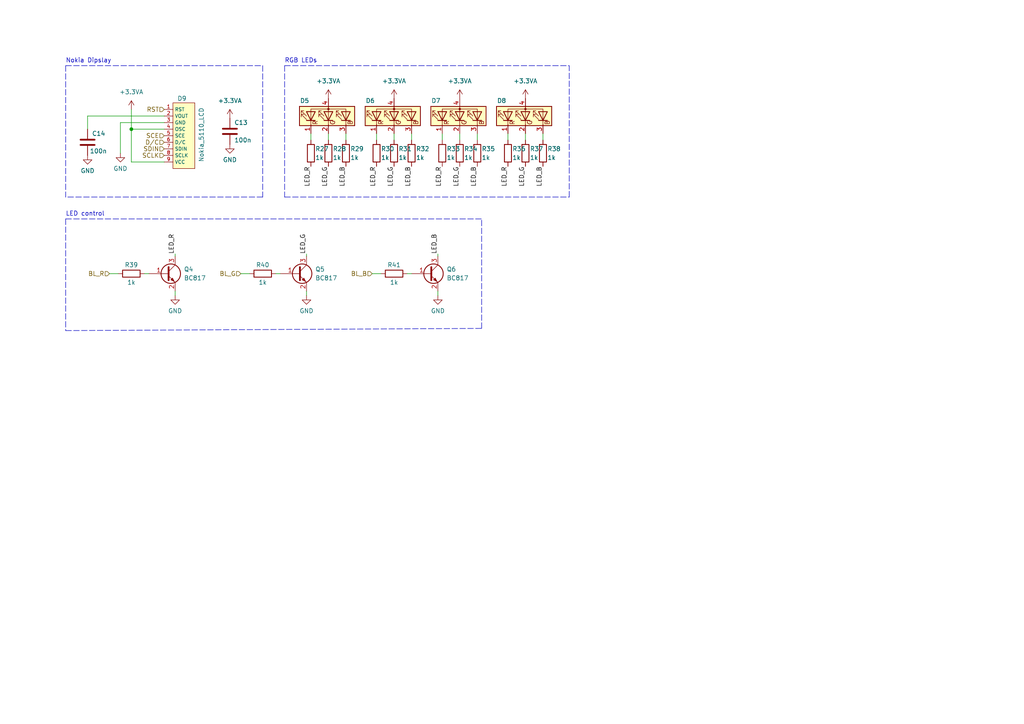
<source format=kicad_sch>
(kicad_sch (version 20211123) (generator eeschema)

  (uuid 15063e7c-abdc-4b23-90e7-102a9f1fdf5f)

  (paper "A4")

  (title_block
    (title "TermoPLC - Control Board")
    (date "2023-02-22")
    (rev "2")
    (company "PUT RocketLab")
    (comment 1 "Kacper Kaczmarek")
    (comment 2 "Designed by:")
  )

  (lib_symbols
    (symbol "Device:C" (pin_numbers hide) (pin_names (offset 0.254)) (in_bom yes) (on_board yes)
      (property "Reference" "C" (id 0) (at 0.635 2.54 0)
        (effects (font (size 1.27 1.27)) (justify left))
      )
      (property "Value" "C" (id 1) (at 0.635 -2.54 0)
        (effects (font (size 1.27 1.27)) (justify left))
      )
      (property "Footprint" "" (id 2) (at 0.9652 -3.81 0)
        (effects (font (size 1.27 1.27)) hide)
      )
      (property "Datasheet" "~" (id 3) (at 0 0 0)
        (effects (font (size 1.27 1.27)) hide)
      )
      (property "ki_keywords" "cap capacitor" (id 4) (at 0 0 0)
        (effects (font (size 1.27 1.27)) hide)
      )
      (property "ki_description" "Unpolarized capacitor" (id 5) (at 0 0 0)
        (effects (font (size 1.27 1.27)) hide)
      )
      (property "ki_fp_filters" "C_*" (id 6) (at 0 0 0)
        (effects (font (size 1.27 1.27)) hide)
      )
      (symbol "C_0_1"
        (polyline
          (pts
            (xy -2.032 -0.762)
            (xy 2.032 -0.762)
          )
          (stroke (width 0.508) (type default) (color 0 0 0 0))
          (fill (type none))
        )
        (polyline
          (pts
            (xy -2.032 0.762)
            (xy 2.032 0.762)
          )
          (stroke (width 0.508) (type default) (color 0 0 0 0))
          (fill (type none))
        )
      )
      (symbol "C_1_1"
        (pin passive line (at 0 3.81 270) (length 2.794)
          (name "~" (effects (font (size 1.27 1.27))))
          (number "1" (effects (font (size 1.27 1.27))))
        )
        (pin passive line (at 0 -3.81 90) (length 2.794)
          (name "~" (effects (font (size 1.27 1.27))))
          (number "2" (effects (font (size 1.27 1.27))))
        )
      )
    )
    (symbol "Device:LED_RGBA" (pin_names (offset 0) hide) (in_bom yes) (on_board yes)
      (property "Reference" "D" (id 0) (at 0 9.398 0)
        (effects (font (size 1.27 1.27)))
      )
      (property "Value" "LED_RGBA" (id 1) (at 0 -8.89 0)
        (effects (font (size 1.27 1.27)))
      )
      (property "Footprint" "" (id 2) (at 0 -1.27 0)
        (effects (font (size 1.27 1.27)) hide)
      )
      (property "Datasheet" "~" (id 3) (at 0 -1.27 0)
        (effects (font (size 1.27 1.27)) hide)
      )
      (property "ki_keywords" "LED RGB diode" (id 4) (at 0 0 0)
        (effects (font (size 1.27 1.27)) hide)
      )
      (property "ki_description" "RGB LED, red/green/blue/anode" (id 5) (at 0 0 0)
        (effects (font (size 1.27 1.27)) hide)
      )
      (property "ki_fp_filters" "LED* LED_SMD:* LED_THT:*" (id 6) (at 0 0 0)
        (effects (font (size 1.27 1.27)) hide)
      )
      (symbol "LED_RGBA_0_0"
        (text "B" (at -1.905 -6.35 0)
          (effects (font (size 1.27 1.27)))
        )
        (text "G" (at -1.905 -1.27 0)
          (effects (font (size 1.27 1.27)))
        )
        (text "R" (at -1.905 3.81 0)
          (effects (font (size 1.27 1.27)))
        )
      )
      (symbol "LED_RGBA_0_1"
        (polyline
          (pts
            (xy -1.27 -5.08)
            (xy -2.54 -5.08)
          )
          (stroke (width 0) (type default) (color 0 0 0 0))
          (fill (type none))
        )
        (polyline
          (pts
            (xy -1.27 -5.08)
            (xy 1.27 -5.08)
          )
          (stroke (width 0) (type default) (color 0 0 0 0))
          (fill (type none))
        )
        (polyline
          (pts
            (xy -1.27 -3.81)
            (xy -1.27 -6.35)
          )
          (stroke (width 0.254) (type default) (color 0 0 0 0))
          (fill (type none))
        )
        (polyline
          (pts
            (xy -1.27 0)
            (xy -2.54 0)
          )
          (stroke (width 0) (type default) (color 0 0 0 0))
          (fill (type none))
        )
        (polyline
          (pts
            (xy -1.27 1.27)
            (xy -1.27 -1.27)
          )
          (stroke (width 0.254) (type default) (color 0 0 0 0))
          (fill (type none))
        )
        (polyline
          (pts
            (xy -1.27 5.08)
            (xy -2.54 5.08)
          )
          (stroke (width 0) (type default) (color 0 0 0 0))
          (fill (type none))
        )
        (polyline
          (pts
            (xy -1.27 5.08)
            (xy 1.27 5.08)
          )
          (stroke (width 0) (type default) (color 0 0 0 0))
          (fill (type none))
        )
        (polyline
          (pts
            (xy -1.27 6.35)
            (xy -1.27 3.81)
          )
          (stroke (width 0.254) (type default) (color 0 0 0 0))
          (fill (type none))
        )
        (polyline
          (pts
            (xy 1.27 0)
            (xy -1.27 0)
          )
          (stroke (width 0) (type default) (color 0 0 0 0))
          (fill (type none))
        )
        (polyline
          (pts
            (xy 1.27 0)
            (xy 2.54 0)
          )
          (stroke (width 0) (type default) (color 0 0 0 0))
          (fill (type none))
        )
        (polyline
          (pts
            (xy -1.27 1.27)
            (xy -1.27 -1.27)
            (xy -1.27 -1.27)
          )
          (stroke (width 0) (type default) (color 0 0 0 0))
          (fill (type none))
        )
        (polyline
          (pts
            (xy -1.27 6.35)
            (xy -1.27 3.81)
            (xy -1.27 3.81)
          )
          (stroke (width 0) (type default) (color 0 0 0 0))
          (fill (type none))
        )
        (polyline
          (pts
            (xy 1.27 -5.08)
            (xy 2.032 -5.08)
            (xy 2.032 5.08)
            (xy 1.27 5.08)
          )
          (stroke (width 0) (type default) (color 0 0 0 0))
          (fill (type none))
        )
        (polyline
          (pts
            (xy 1.27 -3.81)
            (xy 1.27 -6.35)
            (xy -1.27 -5.08)
            (xy 1.27 -3.81)
          )
          (stroke (width 0.254) (type default) (color 0 0 0 0))
          (fill (type none))
        )
        (polyline
          (pts
            (xy 1.27 1.27)
            (xy 1.27 -1.27)
            (xy -1.27 0)
            (xy 1.27 1.27)
          )
          (stroke (width 0.254) (type default) (color 0 0 0 0))
          (fill (type none))
        )
        (polyline
          (pts
            (xy 1.27 6.35)
            (xy 1.27 3.81)
            (xy -1.27 5.08)
            (xy 1.27 6.35)
          )
          (stroke (width 0.254) (type default) (color 0 0 0 0))
          (fill (type none))
        )
        (polyline
          (pts
            (xy -1.016 -3.81)
            (xy 0.508 -2.286)
            (xy -0.254 -2.286)
            (xy 0.508 -2.286)
            (xy 0.508 -3.048)
          )
          (stroke (width 0) (type default) (color 0 0 0 0))
          (fill (type none))
        )
        (polyline
          (pts
            (xy -1.016 1.27)
            (xy 0.508 2.794)
            (xy -0.254 2.794)
            (xy 0.508 2.794)
            (xy 0.508 2.032)
          )
          (stroke (width 0) (type default) (color 0 0 0 0))
          (fill (type none))
        )
        (polyline
          (pts
            (xy -1.016 6.35)
            (xy 0.508 7.874)
            (xy -0.254 7.874)
            (xy 0.508 7.874)
            (xy 0.508 7.112)
          )
          (stroke (width 0) (type default) (color 0 0 0 0))
          (fill (type none))
        )
        (polyline
          (pts
            (xy 0 -3.81)
            (xy 1.524 -2.286)
            (xy 0.762 -2.286)
            (xy 1.524 -2.286)
            (xy 1.524 -3.048)
          )
          (stroke (width 0) (type default) (color 0 0 0 0))
          (fill (type none))
        )
        (polyline
          (pts
            (xy 0 1.27)
            (xy 1.524 2.794)
            (xy 0.762 2.794)
            (xy 1.524 2.794)
            (xy 1.524 2.032)
          )
          (stroke (width 0) (type default) (color 0 0 0 0))
          (fill (type none))
        )
        (polyline
          (pts
            (xy 0 6.35)
            (xy 1.524 7.874)
            (xy 0.762 7.874)
            (xy 1.524 7.874)
            (xy 1.524 7.112)
          )
          (stroke (width 0) (type default) (color 0 0 0 0))
          (fill (type none))
        )
        (rectangle (start 1.27 -1.27) (end 1.27 1.27)
          (stroke (width 0) (type default) (color 0 0 0 0))
          (fill (type none))
        )
        (rectangle (start 1.27 1.27) (end 1.27 1.27)
          (stroke (width 0) (type default) (color 0 0 0 0))
          (fill (type none))
        )
        (rectangle (start 1.27 3.81) (end 1.27 6.35)
          (stroke (width 0) (type default) (color 0 0 0 0))
          (fill (type none))
        )
        (rectangle (start 1.27 6.35) (end 1.27 6.35)
          (stroke (width 0) (type default) (color 0 0 0 0))
          (fill (type none))
        )
        (circle (center 2.032 0) (radius 0.254)
          (stroke (width 0) (type default) (color 0 0 0 0))
          (fill (type outline))
        )
        (rectangle (start 2.794 8.382) (end -2.794 -7.62)
          (stroke (width 0.254) (type default) (color 0 0 0 0))
          (fill (type background))
        )
      )
      (symbol "LED_RGBA_1_1"
        (pin passive line (at -5.08 5.08 0) (length 2.54)
          (name "RK" (effects (font (size 1.27 1.27))))
          (number "1" (effects (font (size 1.27 1.27))))
        )
        (pin passive line (at -5.08 0 0) (length 2.54)
          (name "GK" (effects (font (size 1.27 1.27))))
          (number "2" (effects (font (size 1.27 1.27))))
        )
        (pin passive line (at -5.08 -5.08 0) (length 2.54)
          (name "BK" (effects (font (size 1.27 1.27))))
          (number "3" (effects (font (size 1.27 1.27))))
        )
        (pin passive line (at 5.08 0 180) (length 2.54)
          (name "A" (effects (font (size 1.27 1.27))))
          (number "4" (effects (font (size 1.27 1.27))))
        )
      )
    )
    (symbol "Device:R" (pin_numbers hide) (pin_names (offset 0)) (in_bom yes) (on_board yes)
      (property "Reference" "R" (id 0) (at 2.032 0 90)
        (effects (font (size 1.27 1.27)))
      )
      (property "Value" "R" (id 1) (at 0 0 90)
        (effects (font (size 1.27 1.27)))
      )
      (property "Footprint" "" (id 2) (at -1.778 0 90)
        (effects (font (size 1.27 1.27)) hide)
      )
      (property "Datasheet" "~" (id 3) (at 0 0 0)
        (effects (font (size 1.27 1.27)) hide)
      )
      (property "ki_keywords" "R res resistor" (id 4) (at 0 0 0)
        (effects (font (size 1.27 1.27)) hide)
      )
      (property "ki_description" "Resistor" (id 5) (at 0 0 0)
        (effects (font (size 1.27 1.27)) hide)
      )
      (property "ki_fp_filters" "R_*" (id 6) (at 0 0 0)
        (effects (font (size 1.27 1.27)) hide)
      )
      (symbol "R_0_1"
        (rectangle (start -1.016 -2.54) (end 1.016 2.54)
          (stroke (width 0.254) (type default) (color 0 0 0 0))
          (fill (type none))
        )
      )
      (symbol "R_1_1"
        (pin passive line (at 0 3.81 270) (length 1.27)
          (name "~" (effects (font (size 1.27 1.27))))
          (number "1" (effects (font (size 1.27 1.27))))
        )
        (pin passive line (at 0 -3.81 90) (length 1.27)
          (name "~" (effects (font (size 1.27 1.27))))
          (number "2" (effects (font (size 1.27 1.27))))
        )
      )
    )
    (symbol "PUTRocketLab_misc:Nokia_5110_LCD" (in_bom yes) (on_board yes)
      (property "Reference" "D" (id 0) (at 3.175 10.795 0)
        (effects (font (size 1.27 1.27)))
      )
      (property "Value" "Nokia_5110_LCD" (id 1) (at 8.255 0 90)
        (effects (font (size 1.27 1.27)))
      )
      (property "Footprint" "PUTRocketLab_other:Raw_Nokia_5110_LCD" (id 2) (at 6.35 0 0)
        (effects (font (size 1.27 1.27)) hide)
      )
      (property "Datasheet" "" (id 3) (at 6.35 0 0)
        (effects (font (size 1.27 1.27)) hide)
      )
      (symbol "Nokia_5110_LCD_0_1"
        (rectangle (start 0 9.525) (end 6.35 -9.525)
          (stroke (width 0) (type default) (color 0 0 0 0))
          (fill (type background))
        )
      )
      (symbol "Nokia_5110_LCD_1_1"
        (pin input line (at -2.54 7.62 0) (length 2.54)
          (name "RST" (effects (font (size 1 1))))
          (number "1" (effects (font (size 1 1))))
        )
        (pin input line (at -2.54 5.715 0) (length 2.54)
          (name "VOUT" (effects (font (size 1 1))))
          (number "2" (effects (font (size 1 1))))
        )
        (pin input line (at -2.54 3.81 0) (length 2.54)
          (name "GND" (effects (font (size 1 1))))
          (number "3" (effects (font (size 1 1))))
        )
        (pin input line (at -2.54 1.905 0) (length 2.54)
          (name "OSC" (effects (font (size 1 1))))
          (number "4" (effects (font (size 1 1))))
        )
        (pin input line (at -2.54 0 0) (length 2.54)
          (name "SCE" (effects (font (size 1 1))))
          (number "5" (effects (font (size 1 1))))
        )
        (pin input line (at -2.54 -1.905 0) (length 2.54)
          (name "D/C" (effects (font (size 1 1))))
          (number "6" (effects (font (size 1 1))))
        )
        (pin input line (at -2.54 -3.81 0) (length 2.54)
          (name "SDIN" (effects (font (size 1 1))))
          (number "7" (effects (font (size 1 1))))
        )
        (pin input line (at -2.54 -5.715 0) (length 2.54)
          (name "SCLK" (effects (font (size 1 1))))
          (number "8" (effects (font (size 1 1))))
        )
        (pin input line (at -2.54 -7.62 0) (length 2.54)
          (name "VCC" (effects (font (size 1 1))))
          (number "9" (effects (font (size 1 1))))
        )
      )
    )
    (symbol "Transistor_BJT:BC817" (pin_names (offset 0) hide) (in_bom yes) (on_board yes)
      (property "Reference" "Q" (id 0) (at 5.08 1.905 0)
        (effects (font (size 1.27 1.27)) (justify left))
      )
      (property "Value" "BC817" (id 1) (at 5.08 0 0)
        (effects (font (size 1.27 1.27)) (justify left))
      )
      (property "Footprint" "Package_TO_SOT_SMD:SOT-23" (id 2) (at 5.08 -1.905 0)
        (effects (font (size 1.27 1.27) italic) (justify left) hide)
      )
      (property "Datasheet" "https://www.onsemi.com/pub/Collateral/BC818-D.pdf" (id 3) (at 0 0 0)
        (effects (font (size 1.27 1.27)) (justify left) hide)
      )
      (property "ki_keywords" "NPN Transistor" (id 4) (at 0 0 0)
        (effects (font (size 1.27 1.27)) hide)
      )
      (property "ki_description" "0.8A Ic, 45V Vce, NPN Transistor, SOT-23" (id 5) (at 0 0 0)
        (effects (font (size 1.27 1.27)) hide)
      )
      (property "ki_fp_filters" "SOT?23*" (id 6) (at 0 0 0)
        (effects (font (size 1.27 1.27)) hide)
      )
      (symbol "BC817_0_1"
        (polyline
          (pts
            (xy 0.635 0.635)
            (xy 2.54 2.54)
          )
          (stroke (width 0) (type default) (color 0 0 0 0))
          (fill (type none))
        )
        (polyline
          (pts
            (xy 0.635 -0.635)
            (xy 2.54 -2.54)
            (xy 2.54 -2.54)
          )
          (stroke (width 0) (type default) (color 0 0 0 0))
          (fill (type none))
        )
        (polyline
          (pts
            (xy 0.635 1.905)
            (xy 0.635 -1.905)
            (xy 0.635 -1.905)
          )
          (stroke (width 0.508) (type default) (color 0 0 0 0))
          (fill (type none))
        )
        (polyline
          (pts
            (xy 1.27 -1.778)
            (xy 1.778 -1.27)
            (xy 2.286 -2.286)
            (xy 1.27 -1.778)
            (xy 1.27 -1.778)
          )
          (stroke (width 0) (type default) (color 0 0 0 0))
          (fill (type outline))
        )
        (circle (center 1.27 0) (radius 2.8194)
          (stroke (width 0.254) (type default) (color 0 0 0 0))
          (fill (type none))
        )
      )
      (symbol "BC817_1_1"
        (pin input line (at -5.08 0 0) (length 5.715)
          (name "B" (effects (font (size 1.27 1.27))))
          (number "1" (effects (font (size 1.27 1.27))))
        )
        (pin passive line (at 2.54 -5.08 90) (length 2.54)
          (name "E" (effects (font (size 1.27 1.27))))
          (number "2" (effects (font (size 1.27 1.27))))
        )
        (pin passive line (at 2.54 5.08 270) (length 2.54)
          (name "C" (effects (font (size 1.27 1.27))))
          (number "3" (effects (font (size 1.27 1.27))))
        )
      )
    )
    (symbol "power:+3.3VA" (power) (pin_names (offset 0)) (in_bom yes) (on_board yes)
      (property "Reference" "#PWR" (id 0) (at 0 -3.81 0)
        (effects (font (size 1.27 1.27)) hide)
      )
      (property "Value" "+3.3VA" (id 1) (at 0 3.556 0)
        (effects (font (size 1.27 1.27)))
      )
      (property "Footprint" "" (id 2) (at 0 0 0)
        (effects (font (size 1.27 1.27)) hide)
      )
      (property "Datasheet" "" (id 3) (at 0 0 0)
        (effects (font (size 1.27 1.27)) hide)
      )
      (property "ki_keywords" "power-flag" (id 4) (at 0 0 0)
        (effects (font (size 1.27 1.27)) hide)
      )
      (property "ki_description" "Power symbol creates a global label with name \"+3.3VA\"" (id 5) (at 0 0 0)
        (effects (font (size 1.27 1.27)) hide)
      )
      (symbol "+3.3VA_0_1"
        (polyline
          (pts
            (xy -0.762 1.27)
            (xy 0 2.54)
          )
          (stroke (width 0) (type default) (color 0 0 0 0))
          (fill (type none))
        )
        (polyline
          (pts
            (xy 0 0)
            (xy 0 2.54)
          )
          (stroke (width 0) (type default) (color 0 0 0 0))
          (fill (type none))
        )
        (polyline
          (pts
            (xy 0 2.54)
            (xy 0.762 1.27)
          )
          (stroke (width 0) (type default) (color 0 0 0 0))
          (fill (type none))
        )
      )
      (symbol "+3.3VA_1_1"
        (pin power_in line (at 0 0 90) (length 0) hide
          (name "+3.3VA" (effects (font (size 1.27 1.27))))
          (number "1" (effects (font (size 1.27 1.27))))
        )
      )
    )
    (symbol "power:GND" (power) (pin_names (offset 0)) (in_bom yes) (on_board yes)
      (property "Reference" "#PWR" (id 0) (at 0 -6.35 0)
        (effects (font (size 1.27 1.27)) hide)
      )
      (property "Value" "GND" (id 1) (at 0 -3.81 0)
        (effects (font (size 1.27 1.27)))
      )
      (property "Footprint" "" (id 2) (at 0 0 0)
        (effects (font (size 1.27 1.27)) hide)
      )
      (property "Datasheet" "" (id 3) (at 0 0 0)
        (effects (font (size 1.27 1.27)) hide)
      )
      (property "ki_keywords" "power-flag" (id 4) (at 0 0 0)
        (effects (font (size 1.27 1.27)) hide)
      )
      (property "ki_description" "Power symbol creates a global label with name \"GND\" , ground" (id 5) (at 0 0 0)
        (effects (font (size 1.27 1.27)) hide)
      )
      (symbol "GND_0_1"
        (polyline
          (pts
            (xy 0 0)
            (xy 0 -1.27)
            (xy 1.27 -1.27)
            (xy 0 -2.54)
            (xy -1.27 -1.27)
            (xy 0 -1.27)
          )
          (stroke (width 0) (type default) (color 0 0 0 0))
          (fill (type none))
        )
      )
      (symbol "GND_1_1"
        (pin power_in line (at 0 0 270) (length 0) hide
          (name "GND" (effects (font (size 1.27 1.27))))
          (number "1" (effects (font (size 1.27 1.27))))
        )
      )
    )
  )

  (junction (at 38.1 37.465) (diameter 0) (color 0 0 0 0)
    (uuid 86cb2b43-f516-4ae6-ac1e-12912a50816b)
  )

  (wire (pts (xy 157.48 38.735) (xy 157.48 40.64))
    (stroke (width 0) (type default) (color 0 0 0 0))
    (uuid 04301c04-bad9-47b7-b0e3-2a077b102f37)
  )
  (wire (pts (xy 41.91 79.375) (xy 43.18 79.375))
    (stroke (width 0) (type default) (color 0 0 0 0))
    (uuid 06de0145-3e83-4b12-8b62-b8e41725f5b0)
  )
  (wire (pts (xy 50.8 73.66) (xy 50.8 74.295))
    (stroke (width 0) (type default) (color 0 0 0 0))
    (uuid 07aabf49-eee0-4875-91b1-d8d404e303ba)
  )
  (polyline (pts (xy 19.05 19.05) (xy 76.2 19.05))
    (stroke (width 0) (type default) (color 0 0 0 0))
    (uuid 097a0922-ab6f-4e54-9653-6263d4f6c2d3)
  )
  (polyline (pts (xy 82.55 19.05) (xy 82.55 57.15))
    (stroke (width 0) (type default) (color 0 0 0 0))
    (uuid 239ffbf5-8d2d-4acc-925e-92bf0f2d68cc)
  )
  (polyline (pts (xy 82.55 57.15) (xy 165.1 57.15))
    (stroke (width 0) (type default) (color 0 0 0 0))
    (uuid 2572b4b5-3882-45e4-b3e3-b34b5d513700)
  )

  (wire (pts (xy 100.33 38.735) (xy 100.33 40.64))
    (stroke (width 0) (type default) (color 0 0 0 0))
    (uuid 2a527c95-07b2-49dc-8b75-942619784a8c)
  )
  (wire (pts (xy 152.4 38.735) (xy 152.4 40.64))
    (stroke (width 0) (type default) (color 0 0 0 0))
    (uuid 2b99ac47-6de3-4aca-8777-8666aa4fa521)
  )
  (wire (pts (xy 88.9 73.66) (xy 88.9 74.295))
    (stroke (width 0) (type default) (color 0 0 0 0))
    (uuid 2e22539b-0577-44a2-9c21-d0668a3df48e)
  )
  (wire (pts (xy 69.85 79.375) (xy 72.39 79.375))
    (stroke (width 0) (type default) (color 0 0 0 0))
    (uuid 2fa4a673-92d1-4e94-91af-40272c2471ac)
  )
  (wire (pts (xy 80.01 79.375) (xy 81.28 79.375))
    (stroke (width 0) (type default) (color 0 0 0 0))
    (uuid 2fd2ec1c-3f94-42fe-9815-f726d5e8c835)
  )
  (wire (pts (xy 34.925 35.56) (xy 34.925 44.45))
    (stroke (width 0) (type default) (color 0 0 0 0))
    (uuid 3274eb8c-2f60-414a-a7bd-c74d22064a46)
  )
  (polyline (pts (xy 76.2 57.15) (xy 19.05 57.15))
    (stroke (width 0) (type default) (color 0 0 0 0))
    (uuid 367b47be-20c2-46e8-a751-a00ac9507f34)
  )

  (wire (pts (xy 127 73.66) (xy 127 74.295))
    (stroke (width 0) (type default) (color 0 0 0 0))
    (uuid 3a7be9bd-dd73-43eb-98d3-2fda65317e79)
  )
  (wire (pts (xy 138.43 38.735) (xy 138.43 40.64))
    (stroke (width 0) (type default) (color 0 0 0 0))
    (uuid 4094a3a5-8629-48d4-87e2-c2799753c5e3)
  )
  (polyline (pts (xy 19.05 63.5) (xy 139.7 63.5))
    (stroke (width 0) (type default) (color 0 0 0 0))
    (uuid 4f26f956-ad09-4663-84f0-2aa5a45cafa4)
  )

  (wire (pts (xy 95.25 38.735) (xy 95.25 40.64))
    (stroke (width 0) (type default) (color 0 0 0 0))
    (uuid 60fcd386-43d3-4f6b-bd67-1fd911a9641d)
  )
  (wire (pts (xy 147.32 38.735) (xy 147.32 40.64))
    (stroke (width 0) (type default) (color 0 0 0 0))
    (uuid 62e7001f-7add-4732-bf0e-898e5577798e)
  )
  (wire (pts (xy 107.95 79.375) (xy 110.49 79.375))
    (stroke (width 0) (type default) (color 0 0 0 0))
    (uuid 658daf2d-1d5c-435c-a050-aa1e1b61d156)
  )
  (polyline (pts (xy 139.7 95.25) (xy 139.7 63.5))
    (stroke (width 0) (type default) (color 0 0 0 0))
    (uuid 6e616173-a8f2-402b-8b44-656ad7acb31c)
  )
  (polyline (pts (xy 76.2 19.05) (xy 76.2 57.15))
    (stroke (width 0) (type default) (color 0 0 0 0))
    (uuid 7e9a17fa-1671-446d-b4f8-9eede4265b55)
  )

  (wire (pts (xy 47.625 37.465) (xy 38.1 37.465))
    (stroke (width 0) (type default) (color 0 0 0 0))
    (uuid 865bba52-8b9d-42a2-b6eb-3a33900dd20d)
  )
  (wire (pts (xy 90.17 38.735) (xy 90.17 40.64))
    (stroke (width 0) (type default) (color 0 0 0 0))
    (uuid 86f1cf37-fc03-431c-8a9c-5c78741513b1)
  )
  (wire (pts (xy 109.22 38.735) (xy 109.22 40.64))
    (stroke (width 0) (type default) (color 0 0 0 0))
    (uuid 87475746-4b9e-461f-88bf-e086313b9655)
  )
  (wire (pts (xy 38.1 46.99) (xy 38.1 37.465))
    (stroke (width 0) (type default) (color 0 0 0 0))
    (uuid 8c4d0f92-1372-4a89-85c1-944a7bd79658)
  )
  (wire (pts (xy 25.4 33.655) (xy 47.625 33.655))
    (stroke (width 0) (type default) (color 0 0 0 0))
    (uuid 94b28f0c-a6d6-441b-aa17-5d990331ab3b)
  )
  (wire (pts (xy 47.625 46.99) (xy 38.1 46.99))
    (stroke (width 0) (type default) (color 0 0 0 0))
    (uuid a450165a-245e-49d8-9cec-bad464aeb993)
  )
  (polyline (pts (xy 82.55 19.05) (xy 165.1 19.05))
    (stroke (width 0) (type default) (color 0 0 0 0))
    (uuid a5e79198-b8cd-4d07-9e09-68dabc59225c)
  )
  (polyline (pts (xy 19.05 95.885) (xy 139.7 95.25))
    (stroke (width 0) (type default) (color 0 0 0 0))
    (uuid a8f2263c-5de9-4a00-8a36-6e61dab87c10)
  )

  (wire (pts (xy 128.27 38.735) (xy 128.27 40.64))
    (stroke (width 0) (type default) (color 0 0 0 0))
    (uuid aa375e1c-ff6a-4d92-af23-40a78f1c0728)
  )
  (wire (pts (xy 25.4 33.655) (xy 25.4 37.465))
    (stroke (width 0) (type default) (color 0 0 0 0))
    (uuid b8954743-0175-4ee0-bad0-8f0716e13306)
  )
  (wire (pts (xy 50.8 84.455) (xy 50.8 85.725))
    (stroke (width 0) (type default) (color 0 0 0 0))
    (uuid b9ef8570-65d0-4851-8ca5-2a730ccdce6e)
  )
  (polyline (pts (xy 19.05 19.05) (xy 19.05 57.15))
    (stroke (width 0) (type default) (color 0 0 0 0))
    (uuid c70dab7b-3e12-4993-99a0-3efe6e7d59a9)
  )

  (wire (pts (xy 88.9 84.455) (xy 88.9 85.725))
    (stroke (width 0) (type default) (color 0 0 0 0))
    (uuid c7373bf1-875b-4579-bc8d-747dbd2d7d6a)
  )
  (wire (pts (xy 38.1 31.75) (xy 38.1 37.465))
    (stroke (width 0) (type default) (color 0 0 0 0))
    (uuid c91bd7c8-1221-433b-9b7d-e081788613ce)
  )
  (wire (pts (xy 47.625 35.56) (xy 34.925 35.56))
    (stroke (width 0) (type default) (color 0 0 0 0))
    (uuid cbdba07d-b167-4b2c-8822-7d11a5bb1e4b)
  )
  (wire (pts (xy 119.38 38.735) (xy 119.38 40.64))
    (stroke (width 0) (type default) (color 0 0 0 0))
    (uuid d029d8a3-e07b-412f-b419-655d08d7af59)
  )
  (polyline (pts (xy 19.05 63.5) (xy 19.05 95.885))
    (stroke (width 0) (type default) (color 0 0 0 0))
    (uuid d6bcca20-0e02-429e-a01d-f1c3828e04b6)
  )

  (wire (pts (xy 118.11 79.375) (xy 119.38 79.375))
    (stroke (width 0) (type default) (color 0 0 0 0))
    (uuid dfa6a8dd-20c9-45bf-9893-58cf6a6b169f)
  )
  (wire (pts (xy 31.75 79.375) (xy 34.29 79.375))
    (stroke (width 0) (type default) (color 0 0 0 0))
    (uuid e07b4d2a-c354-4f09-8c50-4231d67bd57c)
  )
  (wire (pts (xy 114.3 38.735) (xy 114.3 40.64))
    (stroke (width 0) (type default) (color 0 0 0 0))
    (uuid ea7d230f-64d4-4bd6-a241-3e3a63699435)
  )
  (polyline (pts (xy 165.1 57.15) (xy 165.1 19.05))
    (stroke (width 0) (type default) (color 0 0 0 0))
    (uuid f37d3578-5c3d-4a8c-8e8a-af88301d0816)
  )

  (wire (pts (xy 127 84.455) (xy 127 85.725))
    (stroke (width 0) (type default) (color 0 0 0 0))
    (uuid f864a306-e206-4136-94f1-1e5f63efef00)
  )
  (wire (pts (xy 133.35 38.735) (xy 133.35 40.64))
    (stroke (width 0) (type default) (color 0 0 0 0))
    (uuid fb8948f9-30ad-4ea5-8c3f-e461f3ed5d77)
  )

  (text "RGB LEDs" (at 82.55 18.415 0)
    (effects (font (size 1.27 1.27)) (justify left bottom))
    (uuid 38116812-f579-446d-88a8-eec36b9fd693)
  )
  (text "LED control" (at 19.05 62.865 0)
    (effects (font (size 1.27 1.27)) (justify left bottom))
    (uuid 4d02349d-210f-490b-a078-ffded75bf981)
  )
  (text "Nokia Dipslay" (at 19.05 18.415 0)
    (effects (font (size 1.27 1.27)) (justify left bottom))
    (uuid f5efaa20-4d53-47c7-9e51-db3cfcd63d11)
  )

  (label "LED_R" (at 128.27 48.26 270)
    (effects (font (size 1.27 1.27)) (justify right bottom))
    (uuid 0f6cbb61-03d2-4c15-a958-b798a28c9b08)
  )
  (label "LED_R" (at 109.22 48.26 270)
    (effects (font (size 1.27 1.27)) (justify right bottom))
    (uuid 26735c0a-c9b6-4592-b7b4-7ba7151c1b43)
  )
  (label "LED_G" (at 133.35 48.26 270)
    (effects (font (size 1.27 1.27)) (justify right bottom))
    (uuid 3a003c46-4282-4a89-8604-1c3c24b4211f)
  )
  (label "LED_G" (at 88.9 73.66 90)
    (effects (font (size 1.27 1.27)) (justify left bottom))
    (uuid 3a14d32d-3a98-4e42-8155-fb11b096adfe)
  )
  (label "LED_B" (at 127 73.66 90)
    (effects (font (size 1.27 1.27)) (justify left bottom))
    (uuid 43630c57-f040-44c1-8d49-5af6113f1b1d)
  )
  (label "LED_G" (at 95.25 48.26 270)
    (effects (font (size 1.27 1.27)) (justify right bottom))
    (uuid 55c457d9-4fd8-4e68-8ae3-faa8bd589da5)
  )
  (label "LED_R" (at 90.17 48.26 270)
    (effects (font (size 1.27 1.27)) (justify right bottom))
    (uuid 5d2b430a-ed7c-4387-8ec8-568e137343f7)
  )
  (label "LED_B" (at 100.33 48.26 270)
    (effects (font (size 1.27 1.27)) (justify right bottom))
    (uuid 6b6efb2b-b389-4db9-b0f4-30467f90e950)
  )
  (label "LED_R" (at 50.8 73.66 90)
    (effects (font (size 1.27 1.27)) (justify left bottom))
    (uuid 98fc98c2-1b12-4d9d-8f77-9d95eca577f5)
  )
  (label "LED_B" (at 119.38 48.26 270)
    (effects (font (size 1.27 1.27)) (justify right bottom))
    (uuid 9f2034ea-794a-43a4-afee-315e5dc73dd5)
  )
  (label "LED_B" (at 157.48 48.26 270)
    (effects (font (size 1.27 1.27)) (justify right bottom))
    (uuid cba5700b-5add-469c-882e-90516751df4a)
  )
  (label "LED_G" (at 152.4 48.26 270)
    (effects (font (size 1.27 1.27)) (justify right bottom))
    (uuid d6699e77-9152-4f2a-b43a-87cca5165c4f)
  )
  (label "LED_G" (at 114.3 48.26 270)
    (effects (font (size 1.27 1.27)) (justify right bottom))
    (uuid e5c8b10e-cbc6-42ef-b1ca-4d6de521ce52)
  )
  (label "LED_R" (at 147.32 48.26 270)
    (effects (font (size 1.27 1.27)) (justify right bottom))
    (uuid faffa797-af11-4e4f-8824-65b7454f67f1)
  )
  (label "LED_B" (at 138.43 48.26 270)
    (effects (font (size 1.27 1.27)) (justify right bottom))
    (uuid fb3688e7-41fa-470f-a88d-e437094cbc49)
  )

  (hierarchical_label "SDIN" (shape input) (at 47.625 43.18 180)
    (effects (font (size 1.27 1.27)) (justify right))
    (uuid 290bfb43-7d2e-4a38-9cd6-47cf852ce214)
  )
  (hierarchical_label "SCLK" (shape input) (at 47.625 45.085 180)
    (effects (font (size 1.27 1.27)) (justify right))
    (uuid 33078f4b-9c31-4eb2-8c70-f05c667b3f61)
  )
  (hierarchical_label "D{slash}C" (shape input) (at 47.625 41.275 180)
    (effects (font (size 1.27 1.27)) (justify right))
    (uuid 674d7d7f-5e91-4b75-9063-0e0e16721dff)
  )
  (hierarchical_label "BL_R" (shape input) (at 31.75 79.375 180)
    (effects (font (size 1.27 1.27)) (justify right))
    (uuid b3b50767-1949-471f-a8f3-2372d20d8b26)
  )
  (hierarchical_label "SCE" (shape input) (at 47.625 39.37 180)
    (effects (font (size 1.27 1.27)) (justify right))
    (uuid bf03ed91-ba3a-4249-bc4d-2ae5c3f30682)
  )
  (hierarchical_label "BL_B" (shape input) (at 107.95 79.375 180)
    (effects (font (size 1.27 1.27)) (justify right))
    (uuid c81597dd-4929-4569-83f7-bee53f7f631a)
  )
  (hierarchical_label "BL_G" (shape input) (at 69.85 79.375 180)
    (effects (font (size 1.27 1.27)) (justify right))
    (uuid daaaea96-51ea-478a-9a2a-69fdaf9f1c74)
  )
  (hierarchical_label "RST" (shape input) (at 47.625 31.75 180)
    (effects (font (size 1.27 1.27)) (justify right))
    (uuid dd28aebd-2f12-489e-b159-8dd25d30cf4d)
  )

  (symbol (lib_id "Device:LED_RGBA") (at 152.4 33.655 90) (unit 1)
    (in_bom yes) (on_board yes)
    (uuid 007b429c-98c2-4ebf-b57b-dc9bae464a5c)
    (property "Reference" "D8" (id 0) (at 144.145 29.21 90)
      (effects (font (size 1.27 1.27)) (justify right))
    )
    (property "Value" "LED_RGBA" (id 1) (at 161.29 34.9249 90)
      (effects (font (size 1.27 1.27)) (justify right) hide)
    )
    (property "Footprint" "LED_SMD:LED_Lumex_SML-LX0404SIUPGUSB" (id 2) (at 153.67 33.655 0)
      (effects (font (size 1.27 1.27)) hide)
    )
    (property "Datasheet" "~" (id 3) (at 153.67 33.655 0)
      (effects (font (size 1.27 1.27)) hide)
    )
    (pin "1" (uuid 8ca2b85a-f8a1-410f-bd27-6bb2b329a205))
    (pin "2" (uuid 36e89a19-169f-49c6-b256-30464ce942ba))
    (pin "3" (uuid 32f9a591-9e7c-41a4-995b-d34e315002d4))
    (pin "4" (uuid 03e90ac1-f81e-45b6-9ca5-fd72ae7471cc))
  )

  (symbol (lib_id "Transistor_BJT:BC817") (at 86.36 79.375 0) (unit 1)
    (in_bom yes) (on_board yes) (fields_autoplaced)
    (uuid 083dc1e4-349c-49f8-88bd-26c0abcbf7ab)
    (property "Reference" "Q5" (id 0) (at 91.44 78.1049 0)
      (effects (font (size 1.27 1.27)) (justify left))
    )
    (property "Value" "BC817" (id 1) (at 91.44 80.6449 0)
      (effects (font (size 1.27 1.27)) (justify left))
    )
    (property "Footprint" "Package_TO_SOT_SMD:SOT-23" (id 2) (at 91.44 81.28 0)
      (effects (font (size 1.27 1.27) italic) (justify left) hide)
    )
    (property "Datasheet" "https://www.onsemi.com/pub/Collateral/BC818-D.pdf" (id 3) (at 86.36 79.375 0)
      (effects (font (size 1.27 1.27)) (justify left) hide)
    )
    (pin "1" (uuid e4a5c838-cdb8-4d60-aa1e-e16b3ad8d887))
    (pin "2" (uuid f399a807-1da3-4c22-8ee8-c39e298f49dc))
    (pin "3" (uuid 7838ead5-a89d-4dc2-ad58-28b5c5e8e2fc))
  )

  (symbol (lib_id "power:+3.3VA") (at 66.675 34.29 0) (unit 1)
    (in_bom yes) (on_board yes) (fields_autoplaced)
    (uuid 0e6419f2-08c4-4853-9255-02f7ddcced89)
    (property "Reference" "#PWR066" (id 0) (at 66.675 38.1 0)
      (effects (font (size 1.27 1.27)) hide)
    )
    (property "Value" "+3.3VA" (id 1) (at 66.675 29.21 0))
    (property "Footprint" "" (id 2) (at 66.675 34.29 0)
      (effects (font (size 1.27 1.27)) hide)
    )
    (property "Datasheet" "" (id 3) (at 66.675 34.29 0)
      (effects (font (size 1.27 1.27)) hide)
    )
    (pin "1" (uuid 5aa256bf-d096-476b-a842-238ce31c190a))
  )

  (symbol (lib_id "Device:R") (at 100.33 44.45 0) (unit 1)
    (in_bom yes) (on_board yes)
    (uuid 24d1ede2-9f0e-4248-a631-89ac29a95b26)
    (property "Reference" "R29" (id 0) (at 101.6 43.18 0)
      (effects (font (size 1.27 1.27)) (justify left))
    )
    (property "Value" "1k" (id 1) (at 101.6 45.72 0)
      (effects (font (size 1.27 1.27)) (justify left))
    )
    (property "Footprint" "Resistor_SMD:R_0603_1608Metric_Pad0.98x0.95mm_HandSolder" (id 2) (at 98.552 44.45 90)
      (effects (font (size 1.27 1.27)) hide)
    )
    (property "Datasheet" "~" (id 3) (at 100.33 44.45 0)
      (effects (font (size 1.27 1.27)) hide)
    )
    (pin "1" (uuid 5b5332f6-7a3f-47aa-8b51-99954f2f10bd))
    (pin "2" (uuid f63315ff-3727-4c76-ac41-2a04f395bcf5))
  )

  (symbol (lib_id "Device:R") (at 114.3 44.45 0) (unit 1)
    (in_bom yes) (on_board yes)
    (uuid 30c69d40-503b-46b8-8753-15d2cdae303c)
    (property "Reference" "R31" (id 0) (at 115.57 43.18 0)
      (effects (font (size 1.27 1.27)) (justify left))
    )
    (property "Value" "1k" (id 1) (at 115.57 45.72 0)
      (effects (font (size 1.27 1.27)) (justify left))
    )
    (property "Footprint" "Resistor_SMD:R_0603_1608Metric_Pad0.98x0.95mm_HandSolder" (id 2) (at 112.522 44.45 90)
      (effects (font (size 1.27 1.27)) hide)
    )
    (property "Datasheet" "~" (id 3) (at 114.3 44.45 0)
      (effects (font (size 1.27 1.27)) hide)
    )
    (pin "1" (uuid 529f8452-fa57-4c5b-87b0-bb58efa5d0ee))
    (pin "2" (uuid 8f2e835f-cab9-4b60-82d7-6aae3712e448))
  )

  (symbol (lib_id "power:GND") (at 50.8 85.725 0) (unit 1)
    (in_bom yes) (on_board yes)
    (uuid 4b43443c-f004-43ba-b93e-0ae63b2a89a2)
    (property "Reference" "#PWR070" (id 0) (at 50.8 92.075 0)
      (effects (font (size 1.27 1.27)) hide)
    )
    (property "Value" "GND" (id 1) (at 50.8 90.17 0))
    (property "Footprint" "" (id 2) (at 50.8 85.725 0)
      (effects (font (size 1.27 1.27)) hide)
    )
    (property "Datasheet" "" (id 3) (at 50.8 85.725 0)
      (effects (font (size 1.27 1.27)) hide)
    )
    (pin "1" (uuid e281b118-d6d6-4ac3-87d8-ca15e83e8f8c))
  )

  (symbol (lib_id "Device:R") (at 38.1 79.375 90) (unit 1)
    (in_bom yes) (on_board yes)
    (uuid 54a98b24-5a9b-4918-a5f1-d0f26b79993b)
    (property "Reference" "R39" (id 0) (at 38.1 76.835 90))
    (property "Value" "1k" (id 1) (at 38.1 81.915 90))
    (property "Footprint" "Resistor_SMD:R_0603_1608Metric_Pad0.98x0.95mm_HandSolder" (id 2) (at 38.1 81.153 90)
      (effects (font (size 1.27 1.27)) hide)
    )
    (property "Datasheet" "~" (id 3) (at 38.1 79.375 0)
      (effects (font (size 1.27 1.27)) hide)
    )
    (pin "1" (uuid 7f86ac02-edd1-4210-9e26-8ddb7bbcea9d))
    (pin "2" (uuid 793295d9-9286-4d5a-9704-370a0ce08678))
  )

  (symbol (lib_id "power:GND") (at 127 85.725 0) (unit 1)
    (in_bom yes) (on_board yes)
    (uuid 5f2338d7-f6ec-42db-9a7c-5acfa78be2dd)
    (property "Reference" "#PWR072" (id 0) (at 127 92.075 0)
      (effects (font (size 1.27 1.27)) hide)
    )
    (property "Value" "GND" (id 1) (at 127 90.17 0))
    (property "Footprint" "" (id 2) (at 127 85.725 0)
      (effects (font (size 1.27 1.27)) hide)
    )
    (property "Datasheet" "" (id 3) (at 127 85.725 0)
      (effects (font (size 1.27 1.27)) hide)
    )
    (pin "1" (uuid c700e351-0a7f-48be-aca7-51991fc995ce))
  )

  (symbol (lib_id "Device:R") (at 147.32 44.45 0) (unit 1)
    (in_bom yes) (on_board yes)
    (uuid 6c431293-798c-4d36-973f-cc4359f5b0dc)
    (property "Reference" "R36" (id 0) (at 148.59 43.18 0)
      (effects (font (size 1.27 1.27)) (justify left))
    )
    (property "Value" "1k" (id 1) (at 148.59 45.72 0)
      (effects (font (size 1.27 1.27)) (justify left))
    )
    (property "Footprint" "Resistor_SMD:R_0603_1608Metric_Pad0.98x0.95mm_HandSolder" (id 2) (at 145.542 44.45 90)
      (effects (font (size 1.27 1.27)) hide)
    )
    (property "Datasheet" "~" (id 3) (at 147.32 44.45 0)
      (effects (font (size 1.27 1.27)) hide)
    )
    (pin "1" (uuid 8cd419b1-4d73-4eb3-b565-c29921edd405))
    (pin "2" (uuid 9c43066d-8d3e-4d76-8001-00feab25e13b))
  )

  (symbol (lib_id "power:+3.3VA") (at 152.4 28.575 0) (unit 1)
    (in_bom yes) (on_board yes) (fields_autoplaced)
    (uuid 7839acd8-75f7-40e2-932b-cd7a45290c5b)
    (property "Reference" "#PWR064" (id 0) (at 152.4 32.385 0)
      (effects (font (size 1.27 1.27)) hide)
    )
    (property "Value" "+3.3VA" (id 1) (at 152.4 23.495 0))
    (property "Footprint" "" (id 2) (at 152.4 28.575 0)
      (effects (font (size 1.27 1.27)) hide)
    )
    (property "Datasheet" "" (id 3) (at 152.4 28.575 0)
      (effects (font (size 1.27 1.27)) hide)
    )
    (pin "1" (uuid 9f68581d-12f0-46e5-a743-b4d6329f362b))
  )

  (symbol (lib_id "Device:LED_RGBA") (at 133.35 33.655 90) (unit 1)
    (in_bom yes) (on_board yes)
    (uuid 7a8ed611-d808-4d3c-829f-fc38dce5426d)
    (property "Reference" "D7" (id 0) (at 125.095 29.21 90)
      (effects (font (size 1.27 1.27)) (justify right))
    )
    (property "Value" "LED_RGBA" (id 1) (at 142.24 34.9249 90)
      (effects (font (size 1.27 1.27)) (justify right) hide)
    )
    (property "Footprint" "LED_SMD:LED_Lumex_SML-LX0404SIUPGUSB" (id 2) (at 134.62 33.655 0)
      (effects (font (size 1.27 1.27)) hide)
    )
    (property "Datasheet" "~" (id 3) (at 134.62 33.655 0)
      (effects (font (size 1.27 1.27)) hide)
    )
    (pin "1" (uuid 0816ba07-69c3-4299-95da-ef4c1776173e))
    (pin "2" (uuid bc3a4b63-b618-416c-a4c5-d1d7f4990499))
    (pin "3" (uuid 5dadaa9c-b5f0-4b89-8f62-03e8211a6932))
    (pin "4" (uuid d067937f-c07f-4e62-bc33-2ab7ac78b7e1))
  )

  (symbol (lib_id "power:GND") (at 66.675 41.91 0) (unit 1)
    (in_bom yes) (on_board yes)
    (uuid 875cf2a2-8176-4c3e-827f-d14fc609ab80)
    (property "Reference" "#PWR067" (id 0) (at 66.675 48.26 0)
      (effects (font (size 1.27 1.27)) hide)
    )
    (property "Value" "GND" (id 1) (at 66.675 46.355 0))
    (property "Footprint" "" (id 2) (at 66.675 41.91 0)
      (effects (font (size 1.27 1.27)) hide)
    )
    (property "Datasheet" "" (id 3) (at 66.675 41.91 0)
      (effects (font (size 1.27 1.27)) hide)
    )
    (pin "1" (uuid ba751658-6e5c-4224-989a-47c09641b25b))
  )

  (symbol (lib_id "Device:R") (at 76.2 79.375 90) (unit 1)
    (in_bom yes) (on_board yes)
    (uuid 910999d8-cbfa-4249-8241-218ef4c9f4da)
    (property "Reference" "R40" (id 0) (at 76.2 76.835 90))
    (property "Value" "1k" (id 1) (at 76.2 81.915 90))
    (property "Footprint" "Resistor_SMD:R_0603_1608Metric_Pad0.98x0.95mm_HandSolder" (id 2) (at 76.2 81.153 90)
      (effects (font (size 1.27 1.27)) hide)
    )
    (property "Datasheet" "~" (id 3) (at 76.2 79.375 0)
      (effects (font (size 1.27 1.27)) hide)
    )
    (pin "1" (uuid 125e9eb7-f632-4ba2-814f-da867b2fafa2))
    (pin "2" (uuid b32562e5-419c-48ad-bcf6-bacbdbc5fe33))
  )

  (symbol (lib_id "Device:R") (at 133.35 44.45 0) (unit 1)
    (in_bom yes) (on_board yes)
    (uuid 910eda32-6090-4a6d-bca8-527f35ffe839)
    (property "Reference" "R34" (id 0) (at 134.62 43.18 0)
      (effects (font (size 1.27 1.27)) (justify left))
    )
    (property "Value" "1k" (id 1) (at 134.62 45.72 0)
      (effects (font (size 1.27 1.27)) (justify left))
    )
    (property "Footprint" "Resistor_SMD:R_0603_1608Metric_Pad0.98x0.95mm_HandSolder" (id 2) (at 131.572 44.45 90)
      (effects (font (size 1.27 1.27)) hide)
    )
    (property "Datasheet" "~" (id 3) (at 133.35 44.45 0)
      (effects (font (size 1.27 1.27)) hide)
    )
    (pin "1" (uuid 4cc039d3-d542-4905-a325-ee880d75447e))
    (pin "2" (uuid 76a65957-980a-426a-ac75-cdd19c618d5e))
  )

  (symbol (lib_id "power:GND") (at 34.925 44.45 0) (unit 1)
    (in_bom yes) (on_board yes) (fields_autoplaced)
    (uuid a7a0491c-95ad-4de1-a5fb-05e9d8e1df94)
    (property "Reference" "#PWR068" (id 0) (at 34.925 50.8 0)
      (effects (font (size 1.27 1.27)) hide)
    )
    (property "Value" "GND" (id 1) (at 34.925 48.895 0))
    (property "Footprint" "" (id 2) (at 34.925 44.45 0)
      (effects (font (size 1.27 1.27)) hide)
    )
    (property "Datasheet" "" (id 3) (at 34.925 44.45 0)
      (effects (font (size 1.27 1.27)) hide)
    )
    (pin "1" (uuid b11d91d7-3b63-445a-8057-76703e706cad))
  )

  (symbol (lib_id "Device:LED_RGBA") (at 95.25 33.655 90) (unit 1)
    (in_bom yes) (on_board yes)
    (uuid ab13c36f-e26f-45ab-8785-35f6b512cc71)
    (property "Reference" "D5" (id 0) (at 86.995 29.21 90)
      (effects (font (size 1.27 1.27)) (justify right))
    )
    (property "Value" "LED_RGBA" (id 1) (at 104.14 34.9249 90)
      (effects (font (size 1.27 1.27)) (justify right) hide)
    )
    (property "Footprint" "LED_SMD:LED_Lumex_SML-LX0404SIUPGUSB" (id 2) (at 96.52 33.655 0)
      (effects (font (size 1.27 1.27)) hide)
    )
    (property "Datasheet" "~" (id 3) (at 96.52 33.655 0)
      (effects (font (size 1.27 1.27)) hide)
    )
    (pin "1" (uuid 96bf062d-d027-491f-aee4-b172425d79b1))
    (pin "2" (uuid b93cd3af-1992-4e5a-8206-65e7d8e15008))
    (pin "3" (uuid 2050f15d-a1b7-4627-9cee-1b39d8fae7a2))
    (pin "4" (uuid 7884f04b-edef-413a-bac9-5f4aa2e1afe7))
  )

  (symbol (lib_id "Device:R") (at 119.38 44.45 0) (unit 1)
    (in_bom yes) (on_board yes)
    (uuid af810b06-9d27-409b-95f5-c890e240291c)
    (property "Reference" "R32" (id 0) (at 120.65 43.18 0)
      (effects (font (size 1.27 1.27)) (justify left))
    )
    (property "Value" "1k" (id 1) (at 120.65 45.72 0)
      (effects (font (size 1.27 1.27)) (justify left))
    )
    (property "Footprint" "Resistor_SMD:R_0603_1608Metric_Pad0.98x0.95mm_HandSolder" (id 2) (at 117.602 44.45 90)
      (effects (font (size 1.27 1.27)) hide)
    )
    (property "Datasheet" "~" (id 3) (at 119.38 44.45 0)
      (effects (font (size 1.27 1.27)) hide)
    )
    (pin "1" (uuid 547095e1-66a3-4b30-8d22-0217466fdaf1))
    (pin "2" (uuid 472c1406-15e0-4391-8573-08ed30c9e2fe))
  )

  (symbol (lib_id "power:+3.3VA") (at 95.25 28.575 0) (unit 1)
    (in_bom yes) (on_board yes) (fields_autoplaced)
    (uuid afc0a2c1-62c1-4796-a819-c00efa566013)
    (property "Reference" "#PWR061" (id 0) (at 95.25 32.385 0)
      (effects (font (size 1.27 1.27)) hide)
    )
    (property "Value" "+3.3VA" (id 1) (at 95.25 23.495 0))
    (property "Footprint" "" (id 2) (at 95.25 28.575 0)
      (effects (font (size 1.27 1.27)) hide)
    )
    (property "Datasheet" "" (id 3) (at 95.25 28.575 0)
      (effects (font (size 1.27 1.27)) hide)
    )
    (pin "1" (uuid f2509d46-2644-4f59-a86b-a6883e08ab30))
  )

  (symbol (lib_id "power:+3.3VA") (at 114.3 28.575 0) (unit 1)
    (in_bom yes) (on_board yes) (fields_autoplaced)
    (uuid b16830c0-5fa4-4c20-8c0a-198cb92f48f9)
    (property "Reference" "#PWR062" (id 0) (at 114.3 32.385 0)
      (effects (font (size 1.27 1.27)) hide)
    )
    (property "Value" "+3.3VA" (id 1) (at 114.3 23.495 0))
    (property "Footprint" "" (id 2) (at 114.3 28.575 0)
      (effects (font (size 1.27 1.27)) hide)
    )
    (property "Datasheet" "" (id 3) (at 114.3 28.575 0)
      (effects (font (size 1.27 1.27)) hide)
    )
    (pin "1" (uuid 784160f3-e026-4ade-8884-c2fa9158abfc))
  )

  (symbol (lib_id "Device:R") (at 95.25 44.45 0) (unit 1)
    (in_bom yes) (on_board yes)
    (uuid b33ea019-d4a3-46c5-ada1-f0d42770d50c)
    (property "Reference" "R28" (id 0) (at 96.52 43.18 0)
      (effects (font (size 1.27 1.27)) (justify left))
    )
    (property "Value" "1k" (id 1) (at 96.52 45.72 0)
      (effects (font (size 1.27 1.27)) (justify left))
    )
    (property "Footprint" "Resistor_SMD:R_0603_1608Metric_Pad0.98x0.95mm_HandSolder" (id 2) (at 93.472 44.45 90)
      (effects (font (size 1.27 1.27)) hide)
    )
    (property "Datasheet" "~" (id 3) (at 95.25 44.45 0)
      (effects (font (size 1.27 1.27)) hide)
    )
    (pin "1" (uuid 92dbf45d-8f75-4c29-b4fb-d5fe5deb75ff))
    (pin "2" (uuid 9a0b4749-63b8-4b44-99c3-fc39ce6bd181))
  )

  (symbol (lib_id "power:+3.3VA") (at 38.1 31.75 0) (unit 1)
    (in_bom yes) (on_board yes) (fields_autoplaced)
    (uuid b7eeef85-bb28-4b63-9da6-45e9a5a50b20)
    (property "Reference" "#PWR065" (id 0) (at 38.1 35.56 0)
      (effects (font (size 1.27 1.27)) hide)
    )
    (property "Value" "+3.3VA" (id 1) (at 38.1 26.67 0))
    (property "Footprint" "" (id 2) (at 38.1 31.75 0)
      (effects (font (size 1.27 1.27)) hide)
    )
    (property "Datasheet" "" (id 3) (at 38.1 31.75 0)
      (effects (font (size 1.27 1.27)) hide)
    )
    (pin "1" (uuid a9b77907-6ddf-442e-a94c-f725671d3f5d))
  )

  (symbol (lib_id "Device:R") (at 90.17 44.45 0) (unit 1)
    (in_bom yes) (on_board yes)
    (uuid b9dd527f-140b-48a1-a34f-c16e3fb5f91c)
    (property "Reference" "R27" (id 0) (at 91.44 43.18 0)
      (effects (font (size 1.27 1.27)) (justify left))
    )
    (property "Value" "1k" (id 1) (at 91.44 45.72 0)
      (effects (font (size 1.27 1.27)) (justify left))
    )
    (property "Footprint" "Resistor_SMD:R_0603_1608Metric_Pad0.98x0.95mm_HandSolder" (id 2) (at 88.392 44.45 90)
      (effects (font (size 1.27 1.27)) hide)
    )
    (property "Datasheet" "~" (id 3) (at 90.17 44.45 0)
      (effects (font (size 1.27 1.27)) hide)
    )
    (pin "1" (uuid 90c28eed-e225-4ae9-8645-104d412ce07e))
    (pin "2" (uuid b5b5e88e-efb7-4011-80ab-cd5525715561))
  )

  (symbol (lib_id "PUTRocketLab_misc:Nokia_5110_LCD") (at 50.165 39.37 0) (unit 1)
    (in_bom yes) (on_board yes)
    (uuid c11c19b7-e73e-4efa-aa34-7ff7d575ba35)
    (property "Reference" "D9" (id 0) (at 51.435 28.575 0)
      (effects (font (size 1.27 1.27)) (justify left))
    )
    (property "Value" "Nokia_5110_LCD" (id 1) (at 58.42 46.99 90)
      (effects (font (size 1.27 1.27)) (justify left))
    )
    (property "Footprint" "PUTRocketLab_other:Raw_Nokia_5110_LCD" (id 2) (at 56.515 39.37 0)
      (effects (font (size 1.27 1.27)) hide)
    )
    (property "Datasheet" "" (id 3) (at 56.515 39.37 0)
      (effects (font (size 1.27 1.27)) hide)
    )
    (pin "1" (uuid 38bd4bfb-914a-49cc-8b65-02f9ed4dbd83))
    (pin "2" (uuid 46d25bac-2004-4928-a1f4-867b9685aa83))
    (pin "3" (uuid b4a9ab90-5143-487d-a0fa-b80e21caa087))
    (pin "4" (uuid 58f124f9-3b1c-4384-9b92-4296c6ca8157))
    (pin "5" (uuid 63025565-624d-4afa-8089-451c465f3b14))
    (pin "6" (uuid eb7a548e-beaf-4d38-b0b8-603c17348b0a))
    (pin "7" (uuid 01280367-477d-4c5a-bffb-7a8bdc7d7222))
    (pin "8" (uuid 6db4dbc3-1ceb-4472-88fd-09a678e3498e))
    (pin "9" (uuid ad32d22b-365c-416d-a554-573db1073ac9))
  )

  (symbol (lib_id "power:+3.3VA") (at 133.35 28.575 0) (unit 1)
    (in_bom yes) (on_board yes) (fields_autoplaced)
    (uuid c4dff348-e5ed-47af-829c-281a34afd1c5)
    (property "Reference" "#PWR063" (id 0) (at 133.35 32.385 0)
      (effects (font (size 1.27 1.27)) hide)
    )
    (property "Value" "+3.3VA" (id 1) (at 133.35 23.495 0))
    (property "Footprint" "" (id 2) (at 133.35 28.575 0)
      (effects (font (size 1.27 1.27)) hide)
    )
    (property "Datasheet" "" (id 3) (at 133.35 28.575 0)
      (effects (font (size 1.27 1.27)) hide)
    )
    (pin "1" (uuid 5c35d6f3-0f3d-46da-bab1-90c21bab696a))
  )

  (symbol (lib_id "power:GND") (at 25.4 45.085 0) (unit 1)
    (in_bom yes) (on_board yes) (fields_autoplaced)
    (uuid c6198bbd-7d54-4f44-9858-d0e1c7c754e3)
    (property "Reference" "#PWR069" (id 0) (at 25.4 51.435 0)
      (effects (font (size 1.27 1.27)) hide)
    )
    (property "Value" "GND" (id 1) (at 25.4 49.53 0))
    (property "Footprint" "" (id 2) (at 25.4 45.085 0)
      (effects (font (size 1.27 1.27)) hide)
    )
    (property "Datasheet" "" (id 3) (at 25.4 45.085 0)
      (effects (font (size 1.27 1.27)) hide)
    )
    (pin "1" (uuid a4d1ef62-c12f-428a-b258-cd7b52312a2e))
  )

  (symbol (lib_id "Transistor_BJT:BC817") (at 48.26 79.375 0) (unit 1)
    (in_bom yes) (on_board yes) (fields_autoplaced)
    (uuid cc53d0b7-f74b-452f-bff7-6fd0a62856ee)
    (property "Reference" "Q4" (id 0) (at 53.34 78.1049 0)
      (effects (font (size 1.27 1.27)) (justify left))
    )
    (property "Value" "BC817" (id 1) (at 53.34 80.6449 0)
      (effects (font (size 1.27 1.27)) (justify left))
    )
    (property "Footprint" "Package_TO_SOT_SMD:SOT-23" (id 2) (at 53.34 81.28 0)
      (effects (font (size 1.27 1.27) italic) (justify left) hide)
    )
    (property "Datasheet" "https://www.onsemi.com/pub/Collateral/BC818-D.pdf" (id 3) (at 48.26 79.375 0)
      (effects (font (size 1.27 1.27)) (justify left) hide)
    )
    (pin "1" (uuid 2e3672e8-7c8d-4cbc-85d4-ea8c20e6a2b2))
    (pin "2" (uuid b98bdd7c-4080-4e5a-b0c4-5bb6a1fa6ca9))
    (pin "3" (uuid e78dcfb8-4991-4bfa-8cd5-31718c02b10f))
  )

  (symbol (lib_id "Device:C") (at 25.4 41.275 180) (unit 1)
    (in_bom yes) (on_board yes)
    (uuid cdf1fb3d-530b-4c3f-9ad0-6295e6a73416)
    (property "Reference" "C14" (id 0) (at 26.67 38.735 0)
      (effects (font (size 1.27 1.27)) (justify right))
    )
    (property "Value" "100n" (id 1) (at 26.035 43.815 0)
      (effects (font (size 1.27 1.27)) (justify right))
    )
    (property "Footprint" "Capacitor_SMD:C_0603_1608Metric_Pad1.08x0.95mm_HandSolder" (id 2) (at 24.4348 37.465 0)
      (effects (font (size 1.27 1.27)) hide)
    )
    (property "Datasheet" "~" (id 3) (at 25.4 41.275 0)
      (effects (font (size 1.27 1.27)) hide)
    )
    (pin "1" (uuid 5d2176f8-a969-4f02-aa5a-885093ef5b24))
    (pin "2" (uuid 53a5c809-3451-4aef-bdde-fb74e9edce90))
  )

  (symbol (lib_id "Device:R") (at 152.4 44.45 0) (unit 1)
    (in_bom yes) (on_board yes)
    (uuid d148c3c0-6425-4a88-873b-ffe3c8d428c5)
    (property "Reference" "R37" (id 0) (at 153.67 43.18 0)
      (effects (font (size 1.27 1.27)) (justify left))
    )
    (property "Value" "1k" (id 1) (at 153.67 45.72 0)
      (effects (font (size 1.27 1.27)) (justify left))
    )
    (property "Footprint" "Resistor_SMD:R_0603_1608Metric_Pad0.98x0.95mm_HandSolder" (id 2) (at 150.622 44.45 90)
      (effects (font (size 1.27 1.27)) hide)
    )
    (property "Datasheet" "~" (id 3) (at 152.4 44.45 0)
      (effects (font (size 1.27 1.27)) hide)
    )
    (pin "1" (uuid 5498740a-8933-472c-93c3-8adfbbdc63f9))
    (pin "2" (uuid 1959cffd-a197-4a5f-922d-7763dc93bc1c))
  )

  (symbol (lib_id "Device:R") (at 128.27 44.45 0) (unit 1)
    (in_bom yes) (on_board yes)
    (uuid d20372b1-6d5b-46c6-aa4f-eafa67cdc3c6)
    (property "Reference" "R33" (id 0) (at 129.54 43.18 0)
      (effects (font (size 1.27 1.27)) (justify left))
    )
    (property "Value" "1k" (id 1) (at 129.54 45.72 0)
      (effects (font (size 1.27 1.27)) (justify left))
    )
    (property "Footprint" "Resistor_SMD:R_0603_1608Metric_Pad0.98x0.95mm_HandSolder" (id 2) (at 126.492 44.45 90)
      (effects (font (size 1.27 1.27)) hide)
    )
    (property "Datasheet" "~" (id 3) (at 128.27 44.45 0)
      (effects (font (size 1.27 1.27)) hide)
    )
    (pin "1" (uuid 17c6a1ad-1afb-41e5-9b43-788d3ad23dce))
    (pin "2" (uuid e436c021-7c5e-4a1d-9609-ab50d865f886))
  )

  (symbol (lib_id "power:GND") (at 88.9 85.725 0) (unit 1)
    (in_bom yes) (on_board yes)
    (uuid d73770f2-4878-4bfe-bb4e-1becd0f9a741)
    (property "Reference" "#PWR071" (id 0) (at 88.9 92.075 0)
      (effects (font (size 1.27 1.27)) hide)
    )
    (property "Value" "GND" (id 1) (at 88.9 90.17 0))
    (property "Footprint" "" (id 2) (at 88.9 85.725 0)
      (effects (font (size 1.27 1.27)) hide)
    )
    (property "Datasheet" "" (id 3) (at 88.9 85.725 0)
      (effects (font (size 1.27 1.27)) hide)
    )
    (pin "1" (uuid 8ab3b6ba-c805-48cb-8731-09b0899c705c))
  )

  (symbol (lib_id "Device:R") (at 114.3 79.375 90) (unit 1)
    (in_bom yes) (on_board yes)
    (uuid dc2689fb-e503-4037-b390-aa2d5424644d)
    (property "Reference" "R41" (id 0) (at 114.3 76.835 90))
    (property "Value" "1k" (id 1) (at 114.3 81.915 90))
    (property "Footprint" "Resistor_SMD:R_0603_1608Metric_Pad0.98x0.95mm_HandSolder" (id 2) (at 114.3 81.153 90)
      (effects (font (size 1.27 1.27)) hide)
    )
    (property "Datasheet" "~" (id 3) (at 114.3 79.375 0)
      (effects (font (size 1.27 1.27)) hide)
    )
    (pin "1" (uuid d4890c7d-33c2-4470-917f-54382a0da402))
    (pin "2" (uuid 6de3bfcd-548f-47ba-a0e0-ba6ad66166ee))
  )

  (symbol (lib_id "Transistor_BJT:BC817") (at 124.46 79.375 0) (unit 1)
    (in_bom yes) (on_board yes) (fields_autoplaced)
    (uuid e3b4e40e-f725-41d7-8749-fc2bc654905f)
    (property "Reference" "Q6" (id 0) (at 129.54 78.1049 0)
      (effects (font (size 1.27 1.27)) (justify left))
    )
    (property "Value" "BC817" (id 1) (at 129.54 80.6449 0)
      (effects (font (size 1.27 1.27)) (justify left))
    )
    (property "Footprint" "Package_TO_SOT_SMD:SOT-23" (id 2) (at 129.54 81.28 0)
      (effects (font (size 1.27 1.27) italic) (justify left) hide)
    )
    (property "Datasheet" "https://www.onsemi.com/pub/Collateral/BC818-D.pdf" (id 3) (at 124.46 79.375 0)
      (effects (font (size 1.27 1.27)) (justify left) hide)
    )
    (pin "1" (uuid 0d062b03-f14d-4b55-8c9e-ce638f0c03d3))
    (pin "2" (uuid 6f9d8b26-3203-486a-ada9-6d6ea99aea08))
    (pin "3" (uuid 1314ba78-b614-4b86-9444-1b5f12b49cd4))
  )

  (symbol (lib_id "Device:R") (at 109.22 44.45 0) (unit 1)
    (in_bom yes) (on_board yes)
    (uuid f254ff73-c6ba-4ce2-8634-ddf45599b084)
    (property "Reference" "R30" (id 0) (at 110.49 43.18 0)
      (effects (font (size 1.27 1.27)) (justify left))
    )
    (property "Value" "1k" (id 1) (at 110.49 45.72 0)
      (effects (font (size 1.27 1.27)) (justify left))
    )
    (property "Footprint" "Resistor_SMD:R_0603_1608Metric_Pad0.98x0.95mm_HandSolder" (id 2) (at 107.442 44.45 90)
      (effects (font (size 1.27 1.27)) hide)
    )
    (property "Datasheet" "~" (id 3) (at 109.22 44.45 0)
      (effects (font (size 1.27 1.27)) hide)
    )
    (pin "1" (uuid a82cb130-4389-4d0e-b1ea-f3dd86b088d9))
    (pin "2" (uuid 7212cd3b-32b0-4a1c-93de-85cc68e8cb85))
  )

  (symbol (lib_id "Device:C") (at 66.675 38.1 180) (unit 1)
    (in_bom yes) (on_board yes)
    (uuid f56790df-0652-45bc-a438-74daa6c3cdbb)
    (property "Reference" "C13" (id 0) (at 67.945 35.56 0)
      (effects (font (size 1.27 1.27)) (justify right))
    )
    (property "Value" "100n" (id 1) (at 67.945 40.64 0)
      (effects (font (size 1.27 1.27)) (justify right))
    )
    (property "Footprint" "Capacitor_SMD:C_0603_1608Metric_Pad1.08x0.95mm_HandSolder" (id 2) (at 65.7098 34.29 0)
      (effects (font (size 1.27 1.27)) hide)
    )
    (property "Datasheet" "~" (id 3) (at 66.675 38.1 0)
      (effects (font (size 1.27 1.27)) hide)
    )
    (pin "1" (uuid 8b415d00-9443-4212-b206-54055d9f737c))
    (pin "2" (uuid ac15ebda-06d9-48f8-9cd7-727af5c5b55f))
  )

  (symbol (lib_id "Device:R") (at 138.43 44.45 0) (unit 1)
    (in_bom yes) (on_board yes)
    (uuid f7f2c34a-7f8e-4f84-bd06-121003dcf3be)
    (property "Reference" "R35" (id 0) (at 139.7 43.18 0)
      (effects (font (size 1.27 1.27)) (justify left))
    )
    (property "Value" "1k" (id 1) (at 139.7 45.72 0)
      (effects (font (size 1.27 1.27)) (justify left))
    )
    (property "Footprint" "Resistor_SMD:R_0603_1608Metric_Pad0.98x0.95mm_HandSolder" (id 2) (at 136.652 44.45 90)
      (effects (font (size 1.27 1.27)) hide)
    )
    (property "Datasheet" "~" (id 3) (at 138.43 44.45 0)
      (effects (font (size 1.27 1.27)) hide)
    )
    (pin "1" (uuid 325be070-822c-4b96-bd09-24ed5af575e2))
    (pin "2" (uuid 3b14e8fc-bb88-4ba9-9ae3-c210bec84d17))
  )

  (symbol (lib_id "Device:LED_RGBA") (at 114.3 33.655 90) (unit 1)
    (in_bom yes) (on_board yes)
    (uuid fa62bd89-09e2-4bbc-af6b-f75c5792e0a3)
    (property "Reference" "D6" (id 0) (at 106.045 29.21 90)
      (effects (font (size 1.27 1.27)) (justify right))
    )
    (property "Value" "LED_RGBA" (id 1) (at 123.19 34.9249 90)
      (effects (font (size 1.27 1.27)) (justify right) hide)
    )
    (property "Footprint" "LED_SMD:LED_Lumex_SML-LX0404SIUPGUSB" (id 2) (at 115.57 33.655 0)
      (effects (font (size 1.27 1.27)) hide)
    )
    (property "Datasheet" "~" (id 3) (at 115.57 33.655 0)
      (effects (font (size 1.27 1.27)) hide)
    )
    (pin "1" (uuid 674108e7-9625-42fe-a2e9-363a42a1b8c0))
    (pin "2" (uuid 0bb67bd8-e11b-4382-b64d-183ea4170603))
    (pin "3" (uuid 042ec498-de99-42c0-a3b3-c69ceb48f2ea))
    (pin "4" (uuid e575aa3d-c494-449e-b798-ff2840362a74))
  )

  (symbol (lib_id "Device:R") (at 157.48 44.45 0) (unit 1)
    (in_bom yes) (on_board yes)
    (uuid fcb470c5-cebb-4b49-867e-6e511d1aa56c)
    (property "Reference" "R38" (id 0) (at 158.75 43.18 0)
      (effects (font (size 1.27 1.27)) (justify left))
    )
    (property "Value" "1k" (id 1) (at 158.75 45.72 0)
      (effects (font (size 1.27 1.27)) (justify left))
    )
    (property "Footprint" "Resistor_SMD:R_0603_1608Metric_Pad0.98x0.95mm_HandSolder" (id 2) (at 155.702 44.45 90)
      (effects (font (size 1.27 1.27)) hide)
    )
    (property "Datasheet" "~" (id 3) (at 157.48 44.45 0)
      (effects (font (size 1.27 1.27)) hide)
    )
    (pin "1" (uuid 4a2b2f72-7406-4a22-bb0b-452a95f81eee))
    (pin "2" (uuid 6ad3036b-6947-4056-9541-315521a39601))
  )
)

</source>
